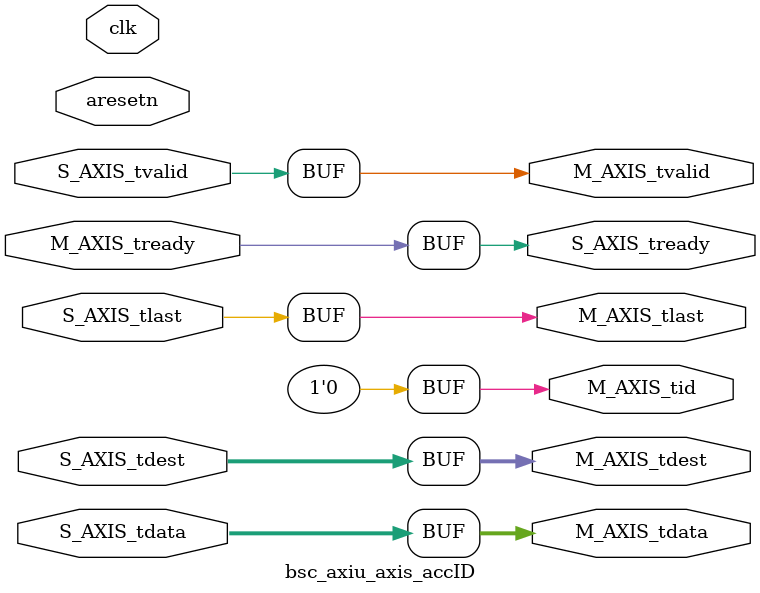
<source format=v>
/*------------------------------------------------------------------------*/
/*    (C) Copyright 2017-2025 Barcelona Supercomputing Center             */
/*                            Centro Nacional de Supercomputacion         */
/*                                                                        */
/*    This file is part of OmpSs@FPGA toolchain.                          */
/*                                                                        */
/*    This code is free software; you can redistribute it and/or modify   */
/*    it under the terms of the GNU Lesser General Public License as      */
/*    published by the Free Software Foundation; either version 3 of      */
/*    the License, or (at your option) any later version.                 */
/*                                                                        */
/*    OmpSs@FPGA toolchain is distributed in the hope that it will be     */
/*    useful, but WITHOUT ANY WARRANTY; without even the implied          */
/*    warranty of MERCHANTABILITY or FITNESS FOR A PARTICULAR PURPOSE.    */
/*    See the GNU Lesser General Public License for more details.         */
/*                                                                        */
/*    You should have received a copy of the GNU Lesser General Public    */
/*    License along with this code. If not, see <www.gnu.org/licenses/>.  */
/*------------------------------------------------------------------------*/

module bsc_axiu_axis_accID #(
    parameter ID_WIDTH = 1,
    parameter [ID_WIDTH-1:0] ID = 0
) (
    input clk,
    input aresetn,

    input [63:0] S_AXIS_tdata,
    input  [1:0] S_AXIS_tdest,
    input        S_AXIS_tlast,
    input        S_AXIS_tvalid,
    input        M_AXIS_tready,

    output         [63:0] M_AXIS_tdata,
    output          [1:0] M_AXIS_tdest,
    output [ID_WIDTH-1:0] M_AXIS_tid,
    output                M_AXIS_tlast,
    output                M_AXIS_tvalid,
    output                S_AXIS_tready
);

    assign M_AXIS_tdata  = S_AXIS_tdata;
    assign M_AXIS_tdest  = S_AXIS_tdest;
    assign M_AXIS_tid    = ID;
    assign M_AXIS_tlast  = S_AXIS_tlast;
    assign M_AXIS_tvalid = S_AXIS_tvalid;
    assign S_AXIS_tready = M_AXIS_tready;

endmodule

</source>
